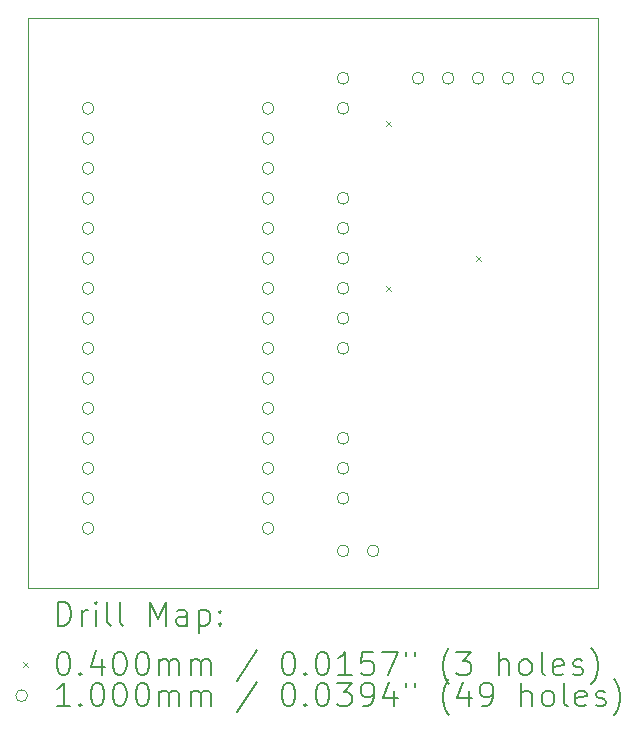
<source format=gbr>
%TF.GenerationSoftware,KiCad,Pcbnew,(6.0.10)*%
%TF.CreationDate,2024-05-09T21:43:07+03:00*%
%TF.ProjectId,iot-robots,696f742d-726f-4626-9f74-732e6b696361,rev?*%
%TF.SameCoordinates,Original*%
%TF.FileFunction,Drillmap*%
%TF.FilePolarity,Positive*%
%FSLAX45Y45*%
G04 Gerber Fmt 4.5, Leading zero omitted, Abs format (unit mm)*
G04 Created by KiCad (PCBNEW (6.0.10)) date 2024-05-09 21:43:07*
%MOMM*%
%LPD*%
G01*
G04 APERTURE LIST*
%ADD10C,0.100000*%
%ADD11C,0.200000*%
%ADD12C,0.040000*%
G04 APERTURE END LIST*
D10*
X9398000Y-11811000D02*
X9398000Y-6985000D01*
X14224000Y-11811000D02*
X9398000Y-11811000D01*
X14224000Y-6985000D02*
X14224000Y-11811000D01*
X9398000Y-6985000D02*
X14224000Y-6985000D01*
D11*
D12*
X12426000Y-7854000D02*
X12466000Y-7894000D01*
X12466000Y-7854000D02*
X12426000Y-7894000D01*
X12426000Y-9251000D02*
X12466000Y-9291000D01*
X12466000Y-9251000D02*
X12426000Y-9291000D01*
X13188000Y-8997000D02*
X13228000Y-9037000D01*
X13228000Y-8997000D02*
X13188000Y-9037000D01*
D10*
X9955000Y-7747000D02*
G75*
G03*
X9955000Y-7747000I-50000J0D01*
G01*
X9955000Y-8001000D02*
G75*
G03*
X9955000Y-8001000I-50000J0D01*
G01*
X9955000Y-8255000D02*
G75*
G03*
X9955000Y-8255000I-50000J0D01*
G01*
X9955000Y-8509000D02*
G75*
G03*
X9955000Y-8509000I-50000J0D01*
G01*
X9955000Y-8763000D02*
G75*
G03*
X9955000Y-8763000I-50000J0D01*
G01*
X9955000Y-9017000D02*
G75*
G03*
X9955000Y-9017000I-50000J0D01*
G01*
X9955000Y-9271000D02*
G75*
G03*
X9955000Y-9271000I-50000J0D01*
G01*
X9955000Y-9525000D02*
G75*
G03*
X9955000Y-9525000I-50000J0D01*
G01*
X9955000Y-9779000D02*
G75*
G03*
X9955000Y-9779000I-50000J0D01*
G01*
X9955000Y-10033000D02*
G75*
G03*
X9955000Y-10033000I-50000J0D01*
G01*
X9955000Y-10287000D02*
G75*
G03*
X9955000Y-10287000I-50000J0D01*
G01*
X9955000Y-10541000D02*
G75*
G03*
X9955000Y-10541000I-50000J0D01*
G01*
X9955000Y-10795000D02*
G75*
G03*
X9955000Y-10795000I-50000J0D01*
G01*
X9955000Y-11049000D02*
G75*
G03*
X9955000Y-11049000I-50000J0D01*
G01*
X9955000Y-11303000D02*
G75*
G03*
X9955000Y-11303000I-50000J0D01*
G01*
X11479000Y-7747000D02*
G75*
G03*
X11479000Y-7747000I-50000J0D01*
G01*
X11479000Y-8001000D02*
G75*
G03*
X11479000Y-8001000I-50000J0D01*
G01*
X11479000Y-8255000D02*
G75*
G03*
X11479000Y-8255000I-50000J0D01*
G01*
X11479000Y-8509000D02*
G75*
G03*
X11479000Y-8509000I-50000J0D01*
G01*
X11479000Y-8763000D02*
G75*
G03*
X11479000Y-8763000I-50000J0D01*
G01*
X11479000Y-9017000D02*
G75*
G03*
X11479000Y-9017000I-50000J0D01*
G01*
X11479000Y-9271000D02*
G75*
G03*
X11479000Y-9271000I-50000J0D01*
G01*
X11479000Y-9525000D02*
G75*
G03*
X11479000Y-9525000I-50000J0D01*
G01*
X11479000Y-9779000D02*
G75*
G03*
X11479000Y-9779000I-50000J0D01*
G01*
X11479000Y-10033000D02*
G75*
G03*
X11479000Y-10033000I-50000J0D01*
G01*
X11479000Y-10287000D02*
G75*
G03*
X11479000Y-10287000I-50000J0D01*
G01*
X11479000Y-10541000D02*
G75*
G03*
X11479000Y-10541000I-50000J0D01*
G01*
X11479000Y-10795000D02*
G75*
G03*
X11479000Y-10795000I-50000J0D01*
G01*
X11479000Y-11049000D02*
G75*
G03*
X11479000Y-11049000I-50000J0D01*
G01*
X11479000Y-11303000D02*
G75*
G03*
X11479000Y-11303000I-50000J0D01*
G01*
X12115000Y-7493000D02*
G75*
G03*
X12115000Y-7493000I-50000J0D01*
G01*
X12115000Y-7747000D02*
G75*
G03*
X12115000Y-7747000I-50000J0D01*
G01*
X12115000Y-8509000D02*
G75*
G03*
X12115000Y-8509000I-50000J0D01*
G01*
X12115000Y-8763000D02*
G75*
G03*
X12115000Y-8763000I-50000J0D01*
G01*
X12115000Y-9017000D02*
G75*
G03*
X12115000Y-9017000I-50000J0D01*
G01*
X12115000Y-9271000D02*
G75*
G03*
X12115000Y-9271000I-50000J0D01*
G01*
X12115000Y-9525000D02*
G75*
G03*
X12115000Y-9525000I-50000J0D01*
G01*
X12115000Y-9779000D02*
G75*
G03*
X12115000Y-9779000I-50000J0D01*
G01*
X12115000Y-10541000D02*
G75*
G03*
X12115000Y-10541000I-50000J0D01*
G01*
X12115000Y-10795000D02*
G75*
G03*
X12115000Y-10795000I-50000J0D01*
G01*
X12115000Y-11049000D02*
G75*
G03*
X12115000Y-11049000I-50000J0D01*
G01*
X12115000Y-11493500D02*
G75*
G03*
X12115000Y-11493500I-50000J0D01*
G01*
X12369000Y-11493500D02*
G75*
G03*
X12369000Y-11493500I-50000J0D01*
G01*
X12750000Y-7493000D02*
G75*
G03*
X12750000Y-7493000I-50000J0D01*
G01*
X13004000Y-7493000D02*
G75*
G03*
X13004000Y-7493000I-50000J0D01*
G01*
X13258000Y-7493000D02*
G75*
G03*
X13258000Y-7493000I-50000J0D01*
G01*
X13512000Y-7493000D02*
G75*
G03*
X13512000Y-7493000I-50000J0D01*
G01*
X13766000Y-7493000D02*
G75*
G03*
X13766000Y-7493000I-50000J0D01*
G01*
X14020000Y-7493000D02*
G75*
G03*
X14020000Y-7493000I-50000J0D01*
G01*
D11*
X9650619Y-12126476D02*
X9650619Y-11926476D01*
X9698238Y-11926476D01*
X9726810Y-11936000D01*
X9745857Y-11955048D01*
X9755381Y-11974095D01*
X9764905Y-12012190D01*
X9764905Y-12040762D01*
X9755381Y-12078857D01*
X9745857Y-12097905D01*
X9726810Y-12116952D01*
X9698238Y-12126476D01*
X9650619Y-12126476D01*
X9850619Y-12126476D02*
X9850619Y-11993143D01*
X9850619Y-12031238D02*
X9860143Y-12012190D01*
X9869667Y-12002667D01*
X9888714Y-11993143D01*
X9907762Y-11993143D01*
X9974429Y-12126476D02*
X9974429Y-11993143D01*
X9974429Y-11926476D02*
X9964905Y-11936000D01*
X9974429Y-11945524D01*
X9983952Y-11936000D01*
X9974429Y-11926476D01*
X9974429Y-11945524D01*
X10098238Y-12126476D02*
X10079190Y-12116952D01*
X10069667Y-12097905D01*
X10069667Y-11926476D01*
X10203000Y-12126476D02*
X10183952Y-12116952D01*
X10174429Y-12097905D01*
X10174429Y-11926476D01*
X10431571Y-12126476D02*
X10431571Y-11926476D01*
X10498238Y-12069333D01*
X10564905Y-11926476D01*
X10564905Y-12126476D01*
X10745857Y-12126476D02*
X10745857Y-12021714D01*
X10736333Y-12002667D01*
X10717286Y-11993143D01*
X10679190Y-11993143D01*
X10660143Y-12002667D01*
X10745857Y-12116952D02*
X10726810Y-12126476D01*
X10679190Y-12126476D01*
X10660143Y-12116952D01*
X10650619Y-12097905D01*
X10650619Y-12078857D01*
X10660143Y-12059809D01*
X10679190Y-12050286D01*
X10726810Y-12050286D01*
X10745857Y-12040762D01*
X10841095Y-11993143D02*
X10841095Y-12193143D01*
X10841095Y-12002667D02*
X10860143Y-11993143D01*
X10898238Y-11993143D01*
X10917286Y-12002667D01*
X10926810Y-12012190D01*
X10936333Y-12031238D01*
X10936333Y-12088381D01*
X10926810Y-12107428D01*
X10917286Y-12116952D01*
X10898238Y-12126476D01*
X10860143Y-12126476D01*
X10841095Y-12116952D01*
X11022048Y-12107428D02*
X11031571Y-12116952D01*
X11022048Y-12126476D01*
X11012524Y-12116952D01*
X11022048Y-12107428D01*
X11022048Y-12126476D01*
X11022048Y-12002667D02*
X11031571Y-12012190D01*
X11022048Y-12021714D01*
X11012524Y-12012190D01*
X11022048Y-12002667D01*
X11022048Y-12021714D01*
D12*
X9353000Y-12436000D02*
X9393000Y-12476000D01*
X9393000Y-12436000D02*
X9353000Y-12476000D01*
D11*
X9688714Y-12346476D02*
X9707762Y-12346476D01*
X9726810Y-12356000D01*
X9736333Y-12365524D01*
X9745857Y-12384571D01*
X9755381Y-12422667D01*
X9755381Y-12470286D01*
X9745857Y-12508381D01*
X9736333Y-12527428D01*
X9726810Y-12536952D01*
X9707762Y-12546476D01*
X9688714Y-12546476D01*
X9669667Y-12536952D01*
X9660143Y-12527428D01*
X9650619Y-12508381D01*
X9641095Y-12470286D01*
X9641095Y-12422667D01*
X9650619Y-12384571D01*
X9660143Y-12365524D01*
X9669667Y-12356000D01*
X9688714Y-12346476D01*
X9841095Y-12527428D02*
X9850619Y-12536952D01*
X9841095Y-12546476D01*
X9831571Y-12536952D01*
X9841095Y-12527428D01*
X9841095Y-12546476D01*
X10022048Y-12413143D02*
X10022048Y-12546476D01*
X9974429Y-12336952D02*
X9926810Y-12479809D01*
X10050619Y-12479809D01*
X10164905Y-12346476D02*
X10183952Y-12346476D01*
X10203000Y-12356000D01*
X10212524Y-12365524D01*
X10222048Y-12384571D01*
X10231571Y-12422667D01*
X10231571Y-12470286D01*
X10222048Y-12508381D01*
X10212524Y-12527428D01*
X10203000Y-12536952D01*
X10183952Y-12546476D01*
X10164905Y-12546476D01*
X10145857Y-12536952D01*
X10136333Y-12527428D01*
X10126810Y-12508381D01*
X10117286Y-12470286D01*
X10117286Y-12422667D01*
X10126810Y-12384571D01*
X10136333Y-12365524D01*
X10145857Y-12356000D01*
X10164905Y-12346476D01*
X10355381Y-12346476D02*
X10374429Y-12346476D01*
X10393476Y-12356000D01*
X10403000Y-12365524D01*
X10412524Y-12384571D01*
X10422048Y-12422667D01*
X10422048Y-12470286D01*
X10412524Y-12508381D01*
X10403000Y-12527428D01*
X10393476Y-12536952D01*
X10374429Y-12546476D01*
X10355381Y-12546476D01*
X10336333Y-12536952D01*
X10326810Y-12527428D01*
X10317286Y-12508381D01*
X10307762Y-12470286D01*
X10307762Y-12422667D01*
X10317286Y-12384571D01*
X10326810Y-12365524D01*
X10336333Y-12356000D01*
X10355381Y-12346476D01*
X10507762Y-12546476D02*
X10507762Y-12413143D01*
X10507762Y-12432190D02*
X10517286Y-12422667D01*
X10536333Y-12413143D01*
X10564905Y-12413143D01*
X10583952Y-12422667D01*
X10593476Y-12441714D01*
X10593476Y-12546476D01*
X10593476Y-12441714D02*
X10603000Y-12422667D01*
X10622048Y-12413143D01*
X10650619Y-12413143D01*
X10669667Y-12422667D01*
X10679190Y-12441714D01*
X10679190Y-12546476D01*
X10774429Y-12546476D02*
X10774429Y-12413143D01*
X10774429Y-12432190D02*
X10783952Y-12422667D01*
X10803000Y-12413143D01*
X10831571Y-12413143D01*
X10850619Y-12422667D01*
X10860143Y-12441714D01*
X10860143Y-12546476D01*
X10860143Y-12441714D02*
X10869667Y-12422667D01*
X10888714Y-12413143D01*
X10917286Y-12413143D01*
X10936333Y-12422667D01*
X10945857Y-12441714D01*
X10945857Y-12546476D01*
X11336333Y-12336952D02*
X11164905Y-12594095D01*
X11593476Y-12346476D02*
X11612524Y-12346476D01*
X11631571Y-12356000D01*
X11641095Y-12365524D01*
X11650619Y-12384571D01*
X11660143Y-12422667D01*
X11660143Y-12470286D01*
X11650619Y-12508381D01*
X11641095Y-12527428D01*
X11631571Y-12536952D01*
X11612524Y-12546476D01*
X11593476Y-12546476D01*
X11574428Y-12536952D01*
X11564905Y-12527428D01*
X11555381Y-12508381D01*
X11545857Y-12470286D01*
X11545857Y-12422667D01*
X11555381Y-12384571D01*
X11564905Y-12365524D01*
X11574428Y-12356000D01*
X11593476Y-12346476D01*
X11745857Y-12527428D02*
X11755381Y-12536952D01*
X11745857Y-12546476D01*
X11736333Y-12536952D01*
X11745857Y-12527428D01*
X11745857Y-12546476D01*
X11879190Y-12346476D02*
X11898238Y-12346476D01*
X11917286Y-12356000D01*
X11926809Y-12365524D01*
X11936333Y-12384571D01*
X11945857Y-12422667D01*
X11945857Y-12470286D01*
X11936333Y-12508381D01*
X11926809Y-12527428D01*
X11917286Y-12536952D01*
X11898238Y-12546476D01*
X11879190Y-12546476D01*
X11860143Y-12536952D01*
X11850619Y-12527428D01*
X11841095Y-12508381D01*
X11831571Y-12470286D01*
X11831571Y-12422667D01*
X11841095Y-12384571D01*
X11850619Y-12365524D01*
X11860143Y-12356000D01*
X11879190Y-12346476D01*
X12136333Y-12546476D02*
X12022048Y-12546476D01*
X12079190Y-12546476D02*
X12079190Y-12346476D01*
X12060143Y-12375048D01*
X12041095Y-12394095D01*
X12022048Y-12403619D01*
X12317286Y-12346476D02*
X12222048Y-12346476D01*
X12212524Y-12441714D01*
X12222048Y-12432190D01*
X12241095Y-12422667D01*
X12288714Y-12422667D01*
X12307762Y-12432190D01*
X12317286Y-12441714D01*
X12326809Y-12460762D01*
X12326809Y-12508381D01*
X12317286Y-12527428D01*
X12307762Y-12536952D01*
X12288714Y-12546476D01*
X12241095Y-12546476D01*
X12222048Y-12536952D01*
X12212524Y-12527428D01*
X12393476Y-12346476D02*
X12526809Y-12346476D01*
X12441095Y-12546476D01*
X12593476Y-12346476D02*
X12593476Y-12384571D01*
X12669667Y-12346476D02*
X12669667Y-12384571D01*
X12964905Y-12622667D02*
X12955381Y-12613143D01*
X12936333Y-12584571D01*
X12926809Y-12565524D01*
X12917286Y-12536952D01*
X12907762Y-12489333D01*
X12907762Y-12451238D01*
X12917286Y-12403619D01*
X12926809Y-12375048D01*
X12936333Y-12356000D01*
X12955381Y-12327428D01*
X12964905Y-12317905D01*
X13022048Y-12346476D02*
X13145857Y-12346476D01*
X13079190Y-12422667D01*
X13107762Y-12422667D01*
X13126809Y-12432190D01*
X13136333Y-12441714D01*
X13145857Y-12460762D01*
X13145857Y-12508381D01*
X13136333Y-12527428D01*
X13126809Y-12536952D01*
X13107762Y-12546476D01*
X13050619Y-12546476D01*
X13031571Y-12536952D01*
X13022048Y-12527428D01*
X13383952Y-12546476D02*
X13383952Y-12346476D01*
X13469667Y-12546476D02*
X13469667Y-12441714D01*
X13460143Y-12422667D01*
X13441095Y-12413143D01*
X13412524Y-12413143D01*
X13393476Y-12422667D01*
X13383952Y-12432190D01*
X13593476Y-12546476D02*
X13574428Y-12536952D01*
X13564905Y-12527428D01*
X13555381Y-12508381D01*
X13555381Y-12451238D01*
X13564905Y-12432190D01*
X13574428Y-12422667D01*
X13593476Y-12413143D01*
X13622048Y-12413143D01*
X13641095Y-12422667D01*
X13650619Y-12432190D01*
X13660143Y-12451238D01*
X13660143Y-12508381D01*
X13650619Y-12527428D01*
X13641095Y-12536952D01*
X13622048Y-12546476D01*
X13593476Y-12546476D01*
X13774428Y-12546476D02*
X13755381Y-12536952D01*
X13745857Y-12517905D01*
X13745857Y-12346476D01*
X13926809Y-12536952D02*
X13907762Y-12546476D01*
X13869667Y-12546476D01*
X13850619Y-12536952D01*
X13841095Y-12517905D01*
X13841095Y-12441714D01*
X13850619Y-12422667D01*
X13869667Y-12413143D01*
X13907762Y-12413143D01*
X13926809Y-12422667D01*
X13936333Y-12441714D01*
X13936333Y-12460762D01*
X13841095Y-12479809D01*
X14012524Y-12536952D02*
X14031571Y-12546476D01*
X14069667Y-12546476D01*
X14088714Y-12536952D01*
X14098238Y-12517905D01*
X14098238Y-12508381D01*
X14088714Y-12489333D01*
X14069667Y-12479809D01*
X14041095Y-12479809D01*
X14022048Y-12470286D01*
X14012524Y-12451238D01*
X14012524Y-12441714D01*
X14022048Y-12422667D01*
X14041095Y-12413143D01*
X14069667Y-12413143D01*
X14088714Y-12422667D01*
X14164905Y-12622667D02*
X14174428Y-12613143D01*
X14193476Y-12584571D01*
X14203000Y-12565524D01*
X14212524Y-12536952D01*
X14222048Y-12489333D01*
X14222048Y-12451238D01*
X14212524Y-12403619D01*
X14203000Y-12375048D01*
X14193476Y-12356000D01*
X14174428Y-12327428D01*
X14164905Y-12317905D01*
D10*
X9393000Y-12720000D02*
G75*
G03*
X9393000Y-12720000I-50000J0D01*
G01*
D11*
X9755381Y-12810476D02*
X9641095Y-12810476D01*
X9698238Y-12810476D02*
X9698238Y-12610476D01*
X9679190Y-12639048D01*
X9660143Y-12658095D01*
X9641095Y-12667619D01*
X9841095Y-12791428D02*
X9850619Y-12800952D01*
X9841095Y-12810476D01*
X9831571Y-12800952D01*
X9841095Y-12791428D01*
X9841095Y-12810476D01*
X9974429Y-12610476D02*
X9993476Y-12610476D01*
X10012524Y-12620000D01*
X10022048Y-12629524D01*
X10031571Y-12648571D01*
X10041095Y-12686667D01*
X10041095Y-12734286D01*
X10031571Y-12772381D01*
X10022048Y-12791428D01*
X10012524Y-12800952D01*
X9993476Y-12810476D01*
X9974429Y-12810476D01*
X9955381Y-12800952D01*
X9945857Y-12791428D01*
X9936333Y-12772381D01*
X9926810Y-12734286D01*
X9926810Y-12686667D01*
X9936333Y-12648571D01*
X9945857Y-12629524D01*
X9955381Y-12620000D01*
X9974429Y-12610476D01*
X10164905Y-12610476D02*
X10183952Y-12610476D01*
X10203000Y-12620000D01*
X10212524Y-12629524D01*
X10222048Y-12648571D01*
X10231571Y-12686667D01*
X10231571Y-12734286D01*
X10222048Y-12772381D01*
X10212524Y-12791428D01*
X10203000Y-12800952D01*
X10183952Y-12810476D01*
X10164905Y-12810476D01*
X10145857Y-12800952D01*
X10136333Y-12791428D01*
X10126810Y-12772381D01*
X10117286Y-12734286D01*
X10117286Y-12686667D01*
X10126810Y-12648571D01*
X10136333Y-12629524D01*
X10145857Y-12620000D01*
X10164905Y-12610476D01*
X10355381Y-12610476D02*
X10374429Y-12610476D01*
X10393476Y-12620000D01*
X10403000Y-12629524D01*
X10412524Y-12648571D01*
X10422048Y-12686667D01*
X10422048Y-12734286D01*
X10412524Y-12772381D01*
X10403000Y-12791428D01*
X10393476Y-12800952D01*
X10374429Y-12810476D01*
X10355381Y-12810476D01*
X10336333Y-12800952D01*
X10326810Y-12791428D01*
X10317286Y-12772381D01*
X10307762Y-12734286D01*
X10307762Y-12686667D01*
X10317286Y-12648571D01*
X10326810Y-12629524D01*
X10336333Y-12620000D01*
X10355381Y-12610476D01*
X10507762Y-12810476D02*
X10507762Y-12677143D01*
X10507762Y-12696190D02*
X10517286Y-12686667D01*
X10536333Y-12677143D01*
X10564905Y-12677143D01*
X10583952Y-12686667D01*
X10593476Y-12705714D01*
X10593476Y-12810476D01*
X10593476Y-12705714D02*
X10603000Y-12686667D01*
X10622048Y-12677143D01*
X10650619Y-12677143D01*
X10669667Y-12686667D01*
X10679190Y-12705714D01*
X10679190Y-12810476D01*
X10774429Y-12810476D02*
X10774429Y-12677143D01*
X10774429Y-12696190D02*
X10783952Y-12686667D01*
X10803000Y-12677143D01*
X10831571Y-12677143D01*
X10850619Y-12686667D01*
X10860143Y-12705714D01*
X10860143Y-12810476D01*
X10860143Y-12705714D02*
X10869667Y-12686667D01*
X10888714Y-12677143D01*
X10917286Y-12677143D01*
X10936333Y-12686667D01*
X10945857Y-12705714D01*
X10945857Y-12810476D01*
X11336333Y-12600952D02*
X11164905Y-12858095D01*
X11593476Y-12610476D02*
X11612524Y-12610476D01*
X11631571Y-12620000D01*
X11641095Y-12629524D01*
X11650619Y-12648571D01*
X11660143Y-12686667D01*
X11660143Y-12734286D01*
X11650619Y-12772381D01*
X11641095Y-12791428D01*
X11631571Y-12800952D01*
X11612524Y-12810476D01*
X11593476Y-12810476D01*
X11574428Y-12800952D01*
X11564905Y-12791428D01*
X11555381Y-12772381D01*
X11545857Y-12734286D01*
X11545857Y-12686667D01*
X11555381Y-12648571D01*
X11564905Y-12629524D01*
X11574428Y-12620000D01*
X11593476Y-12610476D01*
X11745857Y-12791428D02*
X11755381Y-12800952D01*
X11745857Y-12810476D01*
X11736333Y-12800952D01*
X11745857Y-12791428D01*
X11745857Y-12810476D01*
X11879190Y-12610476D02*
X11898238Y-12610476D01*
X11917286Y-12620000D01*
X11926809Y-12629524D01*
X11936333Y-12648571D01*
X11945857Y-12686667D01*
X11945857Y-12734286D01*
X11936333Y-12772381D01*
X11926809Y-12791428D01*
X11917286Y-12800952D01*
X11898238Y-12810476D01*
X11879190Y-12810476D01*
X11860143Y-12800952D01*
X11850619Y-12791428D01*
X11841095Y-12772381D01*
X11831571Y-12734286D01*
X11831571Y-12686667D01*
X11841095Y-12648571D01*
X11850619Y-12629524D01*
X11860143Y-12620000D01*
X11879190Y-12610476D01*
X12012524Y-12610476D02*
X12136333Y-12610476D01*
X12069667Y-12686667D01*
X12098238Y-12686667D01*
X12117286Y-12696190D01*
X12126809Y-12705714D01*
X12136333Y-12724762D01*
X12136333Y-12772381D01*
X12126809Y-12791428D01*
X12117286Y-12800952D01*
X12098238Y-12810476D01*
X12041095Y-12810476D01*
X12022048Y-12800952D01*
X12012524Y-12791428D01*
X12231571Y-12810476D02*
X12269667Y-12810476D01*
X12288714Y-12800952D01*
X12298238Y-12791428D01*
X12317286Y-12762857D01*
X12326809Y-12724762D01*
X12326809Y-12648571D01*
X12317286Y-12629524D01*
X12307762Y-12620000D01*
X12288714Y-12610476D01*
X12250619Y-12610476D01*
X12231571Y-12620000D01*
X12222048Y-12629524D01*
X12212524Y-12648571D01*
X12212524Y-12696190D01*
X12222048Y-12715238D01*
X12231571Y-12724762D01*
X12250619Y-12734286D01*
X12288714Y-12734286D01*
X12307762Y-12724762D01*
X12317286Y-12715238D01*
X12326809Y-12696190D01*
X12498238Y-12677143D02*
X12498238Y-12810476D01*
X12450619Y-12600952D02*
X12403000Y-12743809D01*
X12526809Y-12743809D01*
X12593476Y-12610476D02*
X12593476Y-12648571D01*
X12669667Y-12610476D02*
X12669667Y-12648571D01*
X12964905Y-12886667D02*
X12955381Y-12877143D01*
X12936333Y-12848571D01*
X12926809Y-12829524D01*
X12917286Y-12800952D01*
X12907762Y-12753333D01*
X12907762Y-12715238D01*
X12917286Y-12667619D01*
X12926809Y-12639048D01*
X12936333Y-12620000D01*
X12955381Y-12591428D01*
X12964905Y-12581905D01*
X13126809Y-12677143D02*
X13126809Y-12810476D01*
X13079190Y-12600952D02*
X13031571Y-12743809D01*
X13155381Y-12743809D01*
X13241095Y-12810476D02*
X13279190Y-12810476D01*
X13298238Y-12800952D01*
X13307762Y-12791428D01*
X13326809Y-12762857D01*
X13336333Y-12724762D01*
X13336333Y-12648571D01*
X13326809Y-12629524D01*
X13317286Y-12620000D01*
X13298238Y-12610476D01*
X13260143Y-12610476D01*
X13241095Y-12620000D01*
X13231571Y-12629524D01*
X13222048Y-12648571D01*
X13222048Y-12696190D01*
X13231571Y-12715238D01*
X13241095Y-12724762D01*
X13260143Y-12734286D01*
X13298238Y-12734286D01*
X13317286Y-12724762D01*
X13326809Y-12715238D01*
X13336333Y-12696190D01*
X13574428Y-12810476D02*
X13574428Y-12610476D01*
X13660143Y-12810476D02*
X13660143Y-12705714D01*
X13650619Y-12686667D01*
X13631571Y-12677143D01*
X13603000Y-12677143D01*
X13583952Y-12686667D01*
X13574428Y-12696190D01*
X13783952Y-12810476D02*
X13764905Y-12800952D01*
X13755381Y-12791428D01*
X13745857Y-12772381D01*
X13745857Y-12715238D01*
X13755381Y-12696190D01*
X13764905Y-12686667D01*
X13783952Y-12677143D01*
X13812524Y-12677143D01*
X13831571Y-12686667D01*
X13841095Y-12696190D01*
X13850619Y-12715238D01*
X13850619Y-12772381D01*
X13841095Y-12791428D01*
X13831571Y-12800952D01*
X13812524Y-12810476D01*
X13783952Y-12810476D01*
X13964905Y-12810476D02*
X13945857Y-12800952D01*
X13936333Y-12781905D01*
X13936333Y-12610476D01*
X14117286Y-12800952D02*
X14098238Y-12810476D01*
X14060143Y-12810476D01*
X14041095Y-12800952D01*
X14031571Y-12781905D01*
X14031571Y-12705714D01*
X14041095Y-12686667D01*
X14060143Y-12677143D01*
X14098238Y-12677143D01*
X14117286Y-12686667D01*
X14126809Y-12705714D01*
X14126809Y-12724762D01*
X14031571Y-12743809D01*
X14203000Y-12800952D02*
X14222048Y-12810476D01*
X14260143Y-12810476D01*
X14279190Y-12800952D01*
X14288714Y-12781905D01*
X14288714Y-12772381D01*
X14279190Y-12753333D01*
X14260143Y-12743809D01*
X14231571Y-12743809D01*
X14212524Y-12734286D01*
X14203000Y-12715238D01*
X14203000Y-12705714D01*
X14212524Y-12686667D01*
X14231571Y-12677143D01*
X14260143Y-12677143D01*
X14279190Y-12686667D01*
X14355381Y-12886667D02*
X14364905Y-12877143D01*
X14383952Y-12848571D01*
X14393476Y-12829524D01*
X14403000Y-12800952D01*
X14412524Y-12753333D01*
X14412524Y-12715238D01*
X14403000Y-12667619D01*
X14393476Y-12639048D01*
X14383952Y-12620000D01*
X14364905Y-12591428D01*
X14355381Y-12581905D01*
M02*

</source>
